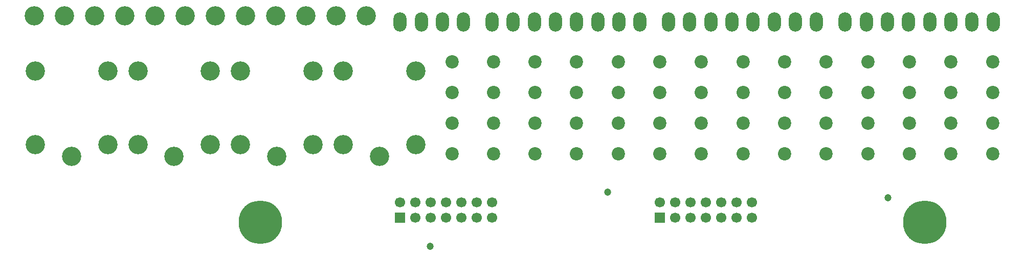
<source format=gbr>
%FSTAX42Y42*%
%MOMM*%
%SFA1B1*%

%IPPOS*%
%ADD29C,3.199994*%
%ADD30C,2.199996*%
%ADD31C,1.699997*%
%ADD32R,1.699997X1.699997*%
%ADD33O,2.199996X3.199994*%
%ADD34C,7.199986*%
%ADD35C,1.199998*%
%LNpcb_monitoring_bott_back-1*%
%LPD*%
G54D29*
X001749Y003424D03*
X000749D03*
X001249D03*
X000249D03*
X-000749D03*
X-000249D03*
X-001249D03*
X-002249D03*
X-001749D03*
X-002749D03*
X-003749D03*
X-003249D03*
X002568Y002511D03*
X001368D03*
X001968Y001091D03*
X002568Y001291D03*
X001368D03*
X000868Y002511D03*
X-00033D03*
X000268Y001091D03*
X000868Y001291D03*
X-00033D03*
X-00083Y002511D03*
X-00203D03*
X-00143Y001091D03*
X-00083Y001291D03*
X-00203D03*
X-00253Y002511D03*
X-00373D03*
X-00313Y001091D03*
X-00253Y001291D03*
X-00373D03*
G54D30*
X003168Y001647D03*
Y002155D03*
Y002663D03*
Y001139D03*
X003856Y001647D03*
Y002155D03*
Y002663D03*
Y001139D03*
X004545Y001647D03*
Y002155D03*
Y002663D03*
Y001139D03*
X005233Y001647D03*
Y002155D03*
Y002663D03*
Y001139D03*
X005921Y001647D03*
Y002155D03*
Y002663D03*
Y001139D03*
X00661Y001647D03*
Y002155D03*
Y002663D03*
Y001139D03*
X007298Y001647D03*
Y002155D03*
Y002663D03*
Y001139D03*
X007987Y001647D03*
Y002155D03*
Y002663D03*
Y001139D03*
X009364Y001647D03*
Y002155D03*
Y002663D03*
Y001139D03*
X010052Y001647D03*
Y002155D03*
Y002663D03*
Y001139D03*
X010741Y001647D03*
Y002155D03*
Y002663D03*
Y001139D03*
X01143Y001647D03*
Y002155D03*
Y002663D03*
Y001139D03*
X012118Y001647D03*
Y002155D03*
Y002663D03*
Y001139D03*
X008675Y001647D03*
Y002155D03*
Y002663D03*
Y001139D03*
G54D31*
X00383Y000074D03*
Y000328D03*
X003576Y000074D03*
Y000328D03*
X003322D03*
Y000074D03*
X003068Y000328D03*
Y000074D03*
X002814Y000328D03*
Y000074D03*
X00256Y000328D03*
Y000074D03*
X002306Y000328D03*
X00813Y000074D03*
Y000328D03*
X007876Y000074D03*
Y000328D03*
X007622D03*
Y000074D03*
X007368Y000328D03*
Y000074D03*
X007114Y000328D03*
Y000074D03*
X00686Y000328D03*
Y000074D03*
X006606Y000328D03*
G54D32*
X002306Y000074D03*
X006606D03*
G54D33*
X002311Y003324D03*
X002661D03*
X003011D03*
X003361D03*
X003832D03*
X004182D03*
X004532D03*
X004882D03*
X005232D03*
X005582D03*
X005932D03*
X006282D03*
X006752D03*
X007102D03*
X007452D03*
X007802D03*
X008152D03*
X008502D03*
X008852D03*
X009202D03*
X009677D03*
X010027D03*
X010377D03*
X010727D03*
X011077D03*
X011427D03*
X011777D03*
X012127D03*
G54D34*
X0Y0D03*
X010999D03*
G54D35*
X005749Y000499D03*
X010382Y000404D03*
X002811Y-000396D03*
M02*
</source>
